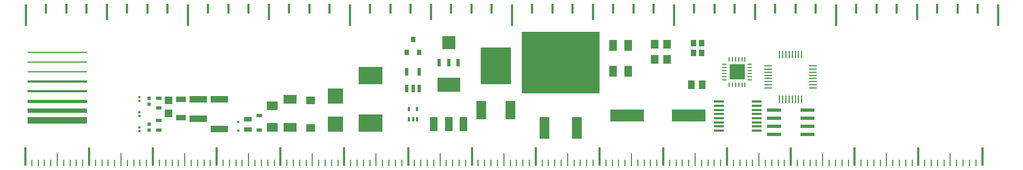
<source format=gbr>
G04 EAGLE Gerber RS-274X export*
G75*
%MOMM*%
%FSLAX34Y34*%
%LPD*%
%INTop Copper*%
%IPPOS*%
%AMOC8*
5,1,8,0,0,1.08239X$1,22.5*%
G01*
%ADD10R,9.398000X0.152400*%
%ADD11R,9.398000X0.203200*%
%ADD12R,9.398000X0.254000*%
%ADD13R,9.398000X0.304800*%
%ADD14R,9.398000X0.457200*%
%ADD15R,9.398000X0.609600*%
%ADD16R,9.398000X0.762000*%
%ADD17R,9.398000X1.016000*%
%ADD18R,0.300000X3.000000*%
%ADD19R,0.200000X1.000000*%
%ADD20R,0.200000X2.000000*%
%ADD21R,0.300000X3.500000*%
%ADD22R,0.300000X1.500000*%
%ADD23R,0.300000X2.500000*%
%ADD24R,0.300000X0.300000*%
%ADD25R,0.600000X0.500000*%
%ADD26R,0.900000X0.600000*%
%ADD27R,1.300000X1.200000*%
%ADD28R,1.600000X0.900000*%
%ADD29R,2.800000X1.000000*%
%ADD30R,1.600000X3.000000*%
%ADD31R,4.826000X5.715000*%
%ADD32R,12.200000X9.750000*%
%ADD33R,1.600000X3.500000*%
%ADD34R,1.219200X2.235200*%
%ADD35R,3.600000X2.200000*%
%ADD36R,0.580000X1.200000*%
%ADD37R,2.000000X2.000000*%
%ADD38R,0.550000X1.200000*%
%ADD39R,0.800000X0.900000*%
%ADD40R,0.400000X0.750000*%
%ADD41R,1.200000X1.800000*%
%ADD42R,1.200000X1.400000*%
%ADD43R,0.900000X1.050000*%
%ADD44R,5.334000X1.930400*%
%ADD45R,1.000000X1.400000*%
%ADD46R,1.200000X0.800000*%
%ADD47R,0.350000X0.350000*%
%ADD48R,1.470000X1.270000*%
%ADD49R,2.400000X2.400000*%
%ADD50R,3.800000X2.800000*%
%ADD51R,2.100000X1.400000*%
%ADD52R,0.830000X0.630000*%
%ADD53R,1.800000X1.400000*%
%ADD54R,1.600000X0.350000*%
%ADD55R,2.209800X0.609600*%
%ADD56R,0.800000X0.250000*%
%ADD57R,0.250000X0.800000*%
%ADD58R,1.143000X0.254000*%
%ADD59R,0.254000X1.143000*%


D10*
X62230Y177800D03*
D11*
X62230Y162560D03*
D12*
X62230Y147320D03*
D13*
X62230Y132080D03*
D14*
X62230Y116840D03*
D15*
X62230Y101346D03*
D16*
X62230Y86360D03*
D17*
X62230Y71120D03*
D18*
X12000Y15000D03*
D19*
X22000Y5000D03*
X32000Y5000D03*
X42000Y5000D03*
D20*
X62000Y10000D03*
D19*
X52000Y5000D03*
X72000Y5000D03*
X82000Y5000D03*
X92000Y5000D03*
X102000Y5000D03*
D18*
X112000Y15000D03*
X112000Y15000D03*
D19*
X122000Y5000D03*
X132000Y5000D03*
X142000Y5000D03*
D20*
X162000Y10000D03*
D19*
X152000Y5000D03*
X172000Y5000D03*
X182000Y5000D03*
X192000Y5000D03*
X202000Y5000D03*
D18*
X212000Y15000D03*
X212000Y15000D03*
D19*
X222000Y5000D03*
X232000Y5000D03*
X242000Y5000D03*
D20*
X262000Y10000D03*
D19*
X252000Y5000D03*
X272000Y5000D03*
X282000Y5000D03*
X292000Y5000D03*
X302000Y5000D03*
D18*
X312000Y15000D03*
X312000Y15000D03*
D19*
X322000Y5000D03*
X332000Y5000D03*
X342000Y5000D03*
D20*
X362000Y10000D03*
D19*
X352000Y5000D03*
X372000Y5000D03*
X382000Y5000D03*
X392000Y5000D03*
X402000Y5000D03*
D18*
X412000Y15000D03*
X412000Y15000D03*
D19*
X422000Y5000D03*
X432000Y5000D03*
X442000Y5000D03*
D20*
X462000Y10000D03*
D19*
X452000Y5000D03*
X472000Y5000D03*
X482000Y5000D03*
X492000Y5000D03*
X502000Y5000D03*
D18*
X512000Y15000D03*
X512000Y15000D03*
D19*
X522000Y5000D03*
X532000Y5000D03*
X542000Y5000D03*
D20*
X562000Y10000D03*
D19*
X552000Y5000D03*
X572000Y5000D03*
X582000Y5000D03*
X592000Y5000D03*
X602000Y5000D03*
D18*
X612000Y15000D03*
X612000Y15000D03*
D19*
X622000Y5000D03*
X632000Y5000D03*
X642000Y5000D03*
D20*
X662000Y10000D03*
D19*
X652000Y5000D03*
X672000Y5000D03*
X682000Y5000D03*
X692000Y5000D03*
X702000Y5000D03*
D18*
X712000Y15000D03*
X712000Y15000D03*
D19*
X722000Y5000D03*
X732000Y5000D03*
X742000Y5000D03*
D20*
X762000Y10000D03*
D19*
X752000Y5000D03*
X772000Y5000D03*
X782000Y5000D03*
X792000Y5000D03*
X802000Y5000D03*
D18*
X812000Y15000D03*
X812000Y15000D03*
D19*
X822000Y5000D03*
X832000Y5000D03*
X842000Y5000D03*
D20*
X862000Y10000D03*
D19*
X852000Y5000D03*
X872000Y5000D03*
X882000Y5000D03*
X892000Y5000D03*
X902000Y5000D03*
D18*
X912000Y15000D03*
X912000Y15000D03*
D19*
X922000Y5000D03*
X932000Y5000D03*
X942000Y5000D03*
D20*
X962000Y10000D03*
D19*
X952000Y5000D03*
X972000Y5000D03*
X982000Y5000D03*
X992000Y5000D03*
X1002000Y5000D03*
D18*
X1012000Y15000D03*
X1012000Y15000D03*
D19*
X1022000Y5000D03*
X1032000Y5000D03*
X1042000Y5000D03*
D20*
X1062000Y10000D03*
D19*
X1052000Y5000D03*
X1072000Y5000D03*
X1082000Y5000D03*
X1092000Y5000D03*
X1102000Y5000D03*
D18*
X1112000Y15000D03*
X1112000Y15000D03*
D19*
X1122000Y5000D03*
X1132000Y5000D03*
X1142000Y5000D03*
D20*
X1162000Y10000D03*
D19*
X1152000Y5000D03*
X1172000Y5000D03*
X1182000Y5000D03*
X1192000Y5000D03*
X1202000Y5000D03*
D18*
X1212000Y15000D03*
X1212000Y15000D03*
D19*
X1222000Y5000D03*
X1232000Y5000D03*
X1242000Y5000D03*
D20*
X1262000Y10000D03*
D19*
X1252000Y5000D03*
X1272000Y5000D03*
X1282000Y5000D03*
X1292000Y5000D03*
X1302000Y5000D03*
D18*
X1312000Y15000D03*
X1312000Y15000D03*
D19*
X1322000Y5000D03*
X1332000Y5000D03*
X1342000Y5000D03*
D20*
X1362000Y10000D03*
D19*
X1352000Y5000D03*
X1372000Y5000D03*
X1382000Y5000D03*
X1392000Y5000D03*
X1402000Y5000D03*
D18*
X1412000Y15000D03*
X1412000Y15000D03*
D19*
X1422000Y5000D03*
X1432000Y5000D03*
X1442000Y5000D03*
D20*
X1462000Y10000D03*
D19*
X1452000Y5000D03*
X1472000Y5000D03*
X1482000Y5000D03*
X1492000Y5000D03*
X1502000Y5000D03*
D18*
X1512000Y15000D03*
D21*
X12700Y236500D03*
D22*
X44450Y246500D03*
X76200Y246500D03*
X107950Y246500D03*
D23*
X139700Y241500D03*
D22*
X171450Y246500D03*
X203200Y246500D03*
X234950Y246500D03*
D21*
X266700Y236500D03*
X266700Y236500D03*
D22*
X298450Y246500D03*
X330200Y246500D03*
X361950Y246500D03*
D23*
X393700Y241500D03*
D22*
X425450Y246500D03*
X457200Y246500D03*
X488950Y246500D03*
D21*
X520700Y236500D03*
X520700Y236500D03*
D22*
X552450Y246500D03*
X584200Y246500D03*
X615950Y246500D03*
D23*
X647700Y241500D03*
D22*
X679450Y246500D03*
X711200Y246500D03*
X742950Y246500D03*
D21*
X774700Y236500D03*
X774700Y236500D03*
D22*
X806450Y246500D03*
X838200Y246500D03*
X869950Y246500D03*
D23*
X901700Y241500D03*
D22*
X933450Y246500D03*
X965200Y246500D03*
X996950Y246500D03*
D21*
X1028700Y236500D03*
X1028700Y236500D03*
D22*
X1060450Y246500D03*
X1092200Y246500D03*
X1123950Y246500D03*
D23*
X1155700Y241500D03*
D22*
X1187450Y246500D03*
X1219200Y246500D03*
X1250950Y246500D03*
D21*
X1282700Y236500D03*
X1282700Y236500D03*
D22*
X1314450Y246500D03*
X1346200Y246500D03*
X1377950Y246500D03*
D23*
X1409700Y241500D03*
D22*
X1441450Y246500D03*
X1473200Y246500D03*
X1504950Y246500D03*
D21*
X1536700Y236500D03*
D24*
X190500Y101648D03*
X190500Y107648D03*
D25*
X205740Y96600D03*
X205740Y106600D03*
D26*
X220980Y91052D03*
X220980Y106052D03*
D27*
X236220Y82210D03*
X236220Y103210D03*
D28*
X255778Y75670D03*
X255778Y104670D03*
D29*
X282956Y104154D03*
X282956Y74154D03*
X316230Y58280D03*
X316230Y104280D03*
D30*
X726500Y87870D03*
X772100Y87870D03*
D31*
X749300Y156850D03*
D32*
X850900Y162240D03*
D33*
X876300Y59490D03*
X825500Y59490D03*
D34*
X652526Y65532D03*
X675640Y65532D03*
X698754Y65532D03*
D35*
X675640Y127510D03*
D36*
X660640Y162340D03*
X675640Y162340D03*
X690640Y162340D03*
D37*
X675640Y193340D03*
D38*
X610260Y121619D03*
X619760Y121619D03*
X629260Y121619D03*
X629260Y147621D03*
X610260Y147621D03*
D39*
X619760Y198960D03*
X629260Y177960D03*
X610260Y177960D03*
D40*
X613260Y73030D03*
X619760Y73030D03*
X626260Y73030D03*
X626260Y89530D03*
X613260Y89530D03*
D41*
X957134Y148910D03*
X933134Y188910D03*
X933134Y148910D03*
X957134Y188910D03*
D42*
X998880Y166816D03*
X998880Y190816D03*
X1017880Y166816D03*
X1017880Y190816D03*
D43*
X1071784Y176962D03*
X1059784Y192862D03*
X1059784Y176962D03*
X1071784Y192862D03*
D44*
X955040Y78740D03*
X1051560Y78740D03*
D45*
X1055760Y127000D03*
X1072760Y127000D03*
D46*
X360680Y57532D03*
X360680Y73532D03*
D47*
X345440Y55226D03*
X345440Y68726D03*
D48*
X458724Y103034D03*
X458724Y60034D03*
D49*
X497840Y65630D03*
X497840Y109630D03*
D50*
X553466Y67394D03*
X553466Y141394D03*
D51*
X426720Y104804D03*
X426720Y60804D03*
D52*
X378460Y79572D03*
X378460Y56572D03*
D53*
X398780Y60470D03*
X398780Y94470D03*
D54*
X1099260Y100990D03*
X1099260Y94490D03*
X1099260Y87990D03*
X1099260Y81490D03*
X1099260Y74990D03*
X1099260Y68490D03*
X1099260Y61990D03*
X1099260Y55490D03*
X1158260Y55490D03*
X1158260Y61990D03*
X1158260Y68490D03*
X1158260Y74990D03*
X1158260Y81490D03*
X1158260Y87990D03*
X1158260Y94490D03*
X1158260Y100990D03*
D55*
X1185418Y87630D03*
X1185418Y74930D03*
X1185418Y62230D03*
X1185418Y49530D03*
X1237742Y49530D03*
X1237742Y62230D03*
X1237742Y74930D03*
X1237742Y87630D03*
D56*
X1107760Y159820D03*
X1107760Y154820D03*
X1107760Y149820D03*
X1107760Y144820D03*
X1107760Y139820D03*
X1107760Y134820D03*
D57*
X1115260Y127320D03*
X1120260Y127320D03*
X1125260Y127320D03*
X1130260Y127320D03*
X1135260Y127320D03*
X1140260Y127320D03*
D56*
X1147760Y134820D03*
X1147760Y139820D03*
X1147760Y144820D03*
X1147760Y149820D03*
X1147760Y154820D03*
X1147760Y159820D03*
D57*
X1140260Y167320D03*
X1135260Y167320D03*
X1130260Y167320D03*
X1125260Y167320D03*
X1120260Y167320D03*
X1115260Y167320D03*
D49*
X1127760Y147320D03*
D58*
X1176580Y157200D03*
X1176580Y152200D03*
X1176580Y147200D03*
X1176580Y142200D03*
X1176580Y137200D03*
X1176580Y132200D03*
X1176580Y127200D03*
X1176580Y122200D03*
D59*
X1194080Y104700D03*
X1199080Y104700D03*
X1204080Y104700D03*
X1209080Y104700D03*
X1214080Y104700D03*
X1219080Y104700D03*
X1224080Y104700D03*
X1229080Y104700D03*
D58*
X1246580Y122200D03*
X1246580Y127200D03*
X1246580Y132200D03*
X1246580Y137200D03*
X1246580Y142200D03*
X1246580Y147200D03*
X1246580Y152200D03*
X1246580Y157200D03*
D59*
X1229080Y174700D03*
X1224080Y174700D03*
X1219080Y174700D03*
X1214080Y174700D03*
X1209080Y174700D03*
X1204080Y174700D03*
X1199080Y174700D03*
X1194080Y174700D03*
D24*
X190500Y54912D03*
X190500Y60912D03*
D25*
X205740Y55960D03*
X205740Y65960D03*
D26*
X220980Y56254D03*
X220980Y71254D03*
D24*
X190500Y78280D03*
X190500Y84280D03*
M02*

</source>
